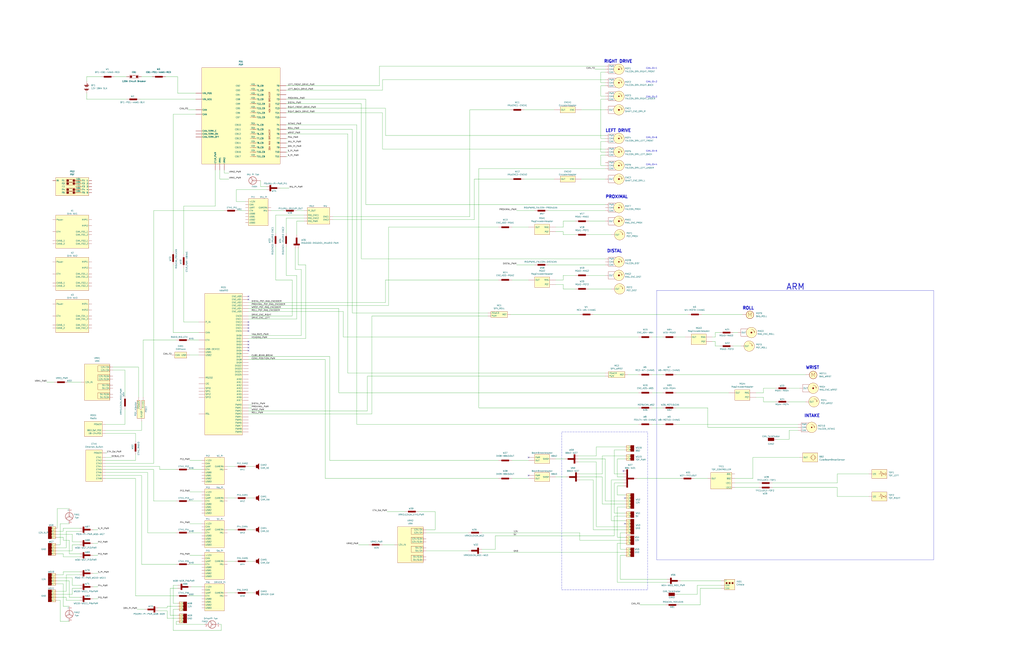
<source format=kicad_sch>
(kicad_sch (version 20230121) (generator eeschema)
  (paper "D")
  (title_block (title "2023 FRC971 Robot") (date "2023-02-25") (rev "1") (company "971 Spartan Robotics"))
  (no_connect (at 445.77 401.32))
  (no_connect (at 527.05 441.96))
  (no_connect (at 209.55 271.78))
  (no_connect (at 209.55 276.86))
  (no_connect (at 209.55 288.29))
  (no_connect (at 209.55 290.83))
  (no_connect (at 525.78 397.51))
  (no_connect (at 209.55 274.32))
  (no_connect (at 209.55 279.4))
  (no_connect (at 209.55 252.73))
  (no_connect (at 445.77 386.08))
  (no_connect (at 209.55 293.37))
  (no_connect (at 209.55 295.91))
  (no_connect (at 527.05 420.37))
  (no_connect (at 209.55 250.19))
  (wire (pts (xy 508 425.45) (xy 508 402.59)))
  (wire (pts (xy 523.24 463.55) (xy 527.05 463.55)))
  (wire (pts (xy 209.55 447.04) (xy 213.36 447.04)))
  (wire (pts (xy 209.55 257.81) (xy 327.66 257.81)))
  (wire (pts (xy 732.79 419.1) (xy 706.12 419.1)))
  (wire (pts (xy 228.6 177.8) (xy 238.76 177.8)))
  (wire (pts (xy 191.77 447.04) (xy 198.12 447.04)))
  (wire (pts (xy 673.1 360.68) (xy 596.9 360.68)))
  (wire (pts (xy 241.3 124.46) (xy 242.57 124.46)))
  (wire (pts (xy 250.19 232.41) (xy 250.19 269.24)))
  (wire (pts (xy 654.05 327.66) (xy 643.89 327.66)))
  (wire (pts (xy 665.48 339.09) (xy 679.45 339.09)))
  (wire (pts (xy 488.95 405.13) (xy 500.38 405.13)))
  (wire (pts (xy 139.7 64.77) (xy 149.86 64.77)))
  (wire (pts (xy 510.54 83.82) (xy 506.73 83.82)))
  (wire (pts (xy 146.05 532.13) (xy 146.05 514.35)))
  (wire (pts (xy 119.38 355.6) (xy 119.38 363.22)))
  (wire (pts (xy 143.51 519.43) (xy 143.51 496.57)))
  (wire (pts (xy 120.65 287.02) (xy 120.65 335.28)))
  (wire (pts (xy 462.28 177.8) (xy 510.54 177.8)))
  (wire (pts (xy 527.05 384.81) (xy 508 384.81)))
  (wire (pts (xy 119.38 64.77) (xy 128.27 64.77)))
  (wire (pts (xy 435.61 177.8) (xy 450.85 177.8)))
  (wire (pts (xy 293.37 113.03) (xy 241.3 113.03)))
  (wire (pts (xy 191.77 393.7) (xy 198.12 393.7)))
  (wire (pts (xy 325.12 114.3) (xy 510.54 114.3)))
  (wire (pts (xy 485.14 232.41) (xy 474.98 232.41)))
  (wire (pts (xy 105.41 358.14) (xy 88.9 358.14)))
  (wire (pts (xy 209.55 346.71) (xy 309.88 346.71)))
  (wire (pts (xy 133.35 513.08) (xy 140.97 513.08)))
  (wire (pts (xy 520.7 402.59) (xy 525.78 402.59)))
  (wire (pts (xy 114.3 383.54) (xy 114.3 388.62)))
  (wire (pts (xy 289.56 284.48) (xy 538.48 284.48)))
  (wire (pts (xy 149.86 509.27) (xy 146.05 509.27)))
  (wire (pts (xy 133.35 515.62) (xy 140.97 515.62)))
  (wire (pts (xy 603.25 292.1) (xy 603.25 288.29)))
  (wire (pts (xy 148.59 476.25) (xy 119.38 476.25)))
  (wire (pts (xy 186.69 527.05) (xy 186.69 532.13)))
  (wire (pts (xy 527.05 377.19) (xy 502.92 377.19)))
  (wire (pts (xy 520.7 427.99) (xy 520.7 453.39)))
  (wire (pts (xy 706.12 411.48) (xy 651.51 411.48)))
  (wire (pts (xy 406.4 466.09) (xy 527.05 466.09)))
  (wire (pts (xy 510.54 60.96) (xy 506.73 60.96)))
  (wire (pts (xy 474.98 186.69) (xy 474.98 191.77)))
  (wire (pts (xy 510.54 218.44) (xy 304.8 218.44)))
  (wire (pts (xy 257.81 285.75) (xy 209.55 285.75)))
  (wire (pts (xy 538.48 331.47) (xy 285.75 331.47)))
  (wire (pts (xy 78.74 495.3) (xy 82.55 495.3)))
  (wire (pts (xy 55.88 462.28) (xy 48.26 462.28)))
  (wire (pts (xy 67.31 494.03) (xy 60.96 494.03)))
  (wire (pts (xy 441.96 92.71) (xy 467.36 92.71)))
  (wire (pts (xy 154.94 173.99) (xy 154.94 214.63)))
  (wire (pts (xy 596.9 360.68) (xy 596.9 344.17)))
  (wire (pts (xy 55.88 485.14) (xy 55.88 499.11)))
  (wire (pts (xy 515.62 243.84) (xy 496.57 243.84)))
  (wire (pts (xy 254 283.21) (xy 209.55 283.21)))
  (wire (pts (xy 313.69 266.7) (xy 411.48 266.7)))
  (wire (pts (xy 209.55 341.63) (xy 212.09 341.63)))
  (wire (pts (xy 411.48 264.16) (xy 297.18 264.16)))
  (wire (pts (xy 515.62 439.42) (xy 527.05 439.42)))
  (wire (pts (xy 313.69 266.7) (xy 313.69 349.25)))
  (wire (pts (xy 525.78 410.21) (xy 520.7 410.21)))
  (wire (pts (xy 160.02 441.96) (xy 170.18 441.96)))
  (wire (pts (xy 417.83 452.12) (xy 518.16 452.12)))
  (wire (pts (xy 510.54 67.31) (xy 322.58 67.31)))
  (wire (pts (xy 525.78 407.67) (xy 518.16 407.67)))
  (wire (pts (xy 474.98 236.22) (xy 468.63 236.22)))
  (wire (pts (xy 48.26 429.26) (xy 58.42 429.26)))
  (wire (pts (xy 124.46 398.78) (xy 124.46 449.58)))
  (wire (pts (xy 160.02 468.63) (xy 170.18 468.63)))
  (wire (pts (xy 143.51 496.57) (xy 149.86 496.57)))
  (wire (pts (xy 207.01 170.18) (xy 199.39 170.18)))
  (wire (pts (xy 320.04 55.88) (xy 320.04 72.39)))
  (wire (pts (xy 53.34 482.6) (xy 53.34 485.14)))
  (wire (pts (xy 420.37 388.62) (xy 278.13 388.62)))
  (wire (pts (xy 506.73 60.96) (xy 506.73 69.85)))
  (wire (pts (xy 148.59 524.51) (xy 148.59 527.05)))
  (wire (pts (xy 485.14 198.12) (xy 474.98 198.12)))
  (wire (pts (xy 325.12 255.27) (xy 209.55 255.27)))
  (wire (pts (xy 510.54 232.41) (xy 496.57 232.41)))
  (wire (pts (xy 60.96 494.03) (xy 60.96 487.68)))
  (wire (pts (xy 520.7 458.47) (xy 527.05 458.47)))
  (wire (pts (xy 48.26 501.65) (xy 60.96 501.65)))
  (wire (pts (xy 590.55 496.57) (xy 590.55 510.54)))
  (wire (pts (xy 367.03 431.8) (xy 367.03 447.04)))
  (wire (pts (xy 518.16 407.67) (xy 518.16 433.07)))
  (wire (pts (xy 501.65 58.42) (xy 510.54 58.42)))
  (wire (pts (xy 527.05 449.58) (xy 523.24 449.58)))
  (wire (pts (xy 115.57 514.35) (xy 121.92 514.35)))
  (wire (pts (xy 285.75 331.47) (xy 285.75 260.35)))
  (wire (pts (xy 55.88 504.19) (xy 55.88 506.73)))
  (wire (pts (xy 58.42 524.51) (xy 50.8 524.51)))
  (wire (pts (xy 241.3 128.27) (xy 242.57 128.27)))
  (wire (pts (xy 105.41 345.44) (xy 105.41 358.14)))
  (wire (pts (xy 248.92 209.55) (xy 248.92 227.33)))
  (wire (pts (xy 353.06 431.8) (xy 367.03 431.8)))
  (wire (pts (xy 527.05 425.45) (xy 508 425.45)))
  (wire (pts (xy 400.05 151.13) (xy 400.05 185.42)))
  (wire (pts (xy 120.65 287.02) (xy 148.59 287.02)))
  (wire (pts (xy 325.12 236.22) (xy 325.12 255.27)))
  (wire (pts (xy 603.25 288.29) (xy 600.71 288.29)))
  (wire (pts (xy 445.77 388.62) (xy 431.8 388.62)))
  (wire (pts (xy 430.53 151.13) (xy 400.05 151.13)))
  (wire (pts (xy 500.38 265.43) (xy 580.39 265.43)))
  (wire (pts (xy 181.61 143.51) (xy 181.61 173.99)))
  (wire (pts (xy 308.61 172.72) (xy 308.61 83.82)))
  (wire (pts (xy 326.39 431.8) (xy 341.63 431.8)))
  (wire (pts (xy 48.26 445.77) (xy 48.26 429.26)))
  (wire (pts (xy 643.89 331.47) (xy 637.54 331.47)))
  (wire (pts (xy 48.26 492.76) (xy 53.34 492.76)))
  (wire (pts (xy 160.02 388.62) (xy 170.18 388.62)))
  (wire (pts (xy 406.4 449.58) (xy 488.95 449.58)))
  (wire (pts (xy 445.77 403.86) (xy 431.8 403.86)))
  (wire (pts (xy 549.91 316.23) (xy 558.8 316.23)))
  (wire (pts (xy 590.55 510.54) (xy 572.77 510.54)))
  (wire (pts (xy 508 384.81) (xy 508 400.05)))
  (wire (pts (xy 474.98 232.41) (xy 474.98 236.22)))
  (wire (pts (xy 60.96 459.74) (xy 60.96 464.82)))
  (wire (pts (xy 232.41 208.28) (xy 232.41 236.22)))
  (wire (pts (xy 520.7 387.35) (xy 520.7 402.59)))
  (wire (pts (xy 146.05 280.67) (xy 167.64 280.67)))
  (wire (pts (xy 462.28 223.52) (xy 510.54 223.52)))
  (wire (pts (xy 302.26 459.74) (xy 311.15 459.74)))
  (wire (pts (xy 570.23 358.14) (xy 673.1 358.14)))
  (wire (pts (xy 523.24 468.63) (xy 527.05 468.63)))
  (wire (pts (xy 322.58 67.31) (xy 322.58 76.2)))
  (wire (pts (xy 119.38 476.25) (xy 119.38 401.32)))
  (wire (pts (xy 518.16 400.05) (xy 518.16 379.73)))
  (wire (pts (xy 191.77 500.38) (xy 198.12 500.38)))
  (wire (pts (xy 510.54 422.91) (xy 510.54 387.35)))
  (wire (pts (xy 297.18 109.22) (xy 241.3 109.22)))
  (wire (pts (xy 53.34 445.77) (xy 53.34 448.31)))
  (wire (pts (xy 207.01 177.8) (xy 200.66 177.8)))
  (wire (pts (xy 674.37 327.66) (xy 665.48 327.66)))
  (wire (pts (xy 468.63 195.58) (xy 474.98 195.58)))
  (wire (pts (xy 53.34 467.36) (xy 53.34 469.9)))
  (wire (pts (xy 603.25 280.67) (xy 603.25 284.48)))
  (wire (pts (xy 674.37 386.08) (xy 635 386.08)))
  (wire (pts (xy 285.75 260.35) (xy 209.55 260.35)))
  (wire (pts (xy 523.24 449.58) (xy 523.24 463.55)))
  (wire (pts (xy 665.48 363.22) (xy 665.48 370.84)))
  (wire (pts (xy 468.63 191.77) (xy 474.98 191.77)))
  (wire (pts (xy 48.26 467.36) (xy 53.34 467.36)))
  (wire (pts (xy 246.38 266.7) (xy 246.38 236.22)))
  (wire (pts (xy 170.18 449.58) (xy 160.02 449.58)))
  (wire (pts (xy 322.58 125.73) (xy 322.58 95.25)))
  (wire (pts (xy 241.3 232.41) (xy 250.19 232.41)))
  (wire (pts (xy 430.53 265.43) (xy 488.95 265.43)))
  (wire (pts (xy 53.34 448.31) (xy 48.26 448.31)))
  (wire (pts (xy 508 400.05) (xy 488.95 400.05)))
  (wire (pts (xy 53.34 482.6) (xy 67.31 482.6)))
  (wire (pts (xy 441.96 151.13) (xy 467.36 151.13)))
  (wire (pts (xy 146.05 212.09) (xy 146.05 96.52)))
  (wire (pts (xy 320.04 72.39) (xy 241.3 72.39)))
  (wire (pts (xy 67.31 448.31) (xy 55.88 448.31)))
  (wire (pts (xy 359.41 449.58) (xy 394.97 449.58)))
  (wire (pts (xy 73.025 83.82) (xy 73.025 78.74)))
  (wire (pts (xy 134.62 396.24) (xy 134.62 393.7)))
  (wire (pts (xy 510.54 72.39) (xy 506.73 72.39)))
  (wire (pts (xy 256.54 181.61) (xy 232.41 181.61)))
  (wire (pts (xy 140.97 511.81) (xy 149.86 511.81)))
  (wire (pts (xy 82.55 447.04) (xy 78.74 447.04)))
  (wire (pts (xy 280.67 182.88) (xy 396.24 182.88)))
  (wire (pts (xy 193.04 146.05) (xy 189.23 146.05)))
  (wire (pts (xy 325.12 114.3) (xy 325.12 91.44)))
  (wire (pts (xy 209.55 344.17) (xy 212.09 344.17)))
  (wire (pts (xy 400.05 185.42) (xy 280.67 185.42)))
  (wire (pts (xy 485.14 186.69) (xy 474.98 186.69)))
  (wire (pts (xy 527.05 447.04) (xy 500.38 447.04)))
  (wire (pts (xy 562.61 491.49) (xy 520.7 491.49)))
  (wire (pts (xy 119.38 363.22) (xy 88.9 363.22)))
  (wire (pts (xy 57.15 322.58) (xy 68.58 322.58)))
  (wire (pts (xy 308.61 83.82) (xy 241.3 83.82)))
  (wire (pts (xy 474.98 240.03) (xy 468.63 240.03)))
  (wire (pts (xy 73.025 64.77) (xy 85.09 64.77)))
  (wire (pts (xy 149.86 78.74) (xy 149.86 64.77)))
  (wire (pts (xy 58.42 504.19) (xy 58.42 490.22)))
  (wire (pts (xy 60.96 457.2) (xy 60.96 450.85)))
  (wire (pts (xy 520.7 453.39) (xy 527.05 453.39)))
  (wire (pts (xy 445.77 191.77) (xy 431.8 191.77)))
  (wire (pts (xy 527.05 444.5) (xy 502.92 444.5)))
  (wire (pts (xy 251.46 209.55) (xy 251.46 223.52)))
  (wire (pts (xy 48.26 450.85) (xy 60.96 450.85)))
  (wire (pts (xy 114.3 502.92) (xy 114.3 403.86)))
  (wire (pts (xy 591.82 265.43) (xy 626.11 265.43)))
  (wire (pts (xy 106.68 83.82) (xy 73.025 83.82)))
  (wire (pts (xy 67.31 457.2) (xy 60.96 457.2)))
  (wire (pts (xy 48.26 490.22) (xy 58.42 490.22)))
  (wire (pts (xy 241.3 208.28) (xy 241.3 232.41)))
  (wire (pts (xy 520.7 410.21) (xy 520.7 417.83)))
  (wire (pts (xy 93.98 386.08) (xy 88.9 386.08)))
  (wire (pts (xy 149.86 524.51) (xy 148.59 524.51)))
  (wire (pts (xy 48.26 487.68) (xy 60.96 487.68)))
  (wire (pts (xy 48.26 464.82) (xy 60.96 464.82)))
  (wire (pts (xy 199.39 170.18) (xy 199.39 160.02)))
  (wire (pts (xy 148.59 502.92) (xy 114.3 502.92)))
  (wire (pts (xy 506.73 139.7) (xy 510.54 139.7)))
  (wire (pts (xy 140.97 515.62) (xy 140.97 521.97)))
  (wire (pts (xy 209.55 262.89) (xy 289.56 262.89)))
  (wire (pts (xy 558.8 284.48) (xy 549.91 284.48)))
  (wire (pts (xy 50.8 506.73) (xy 48.26 506.73)))
  (wire (pts (xy 607.06 280.67) (xy 603.25 280.67)))
  (wire (pts (xy 167.64 287.02) (xy 160.02 287.02)))
  (wire (pts (xy 246.38 236.22) (xy 232.41 236.22)))
  (wire (pts (xy 403.86 344.17) (xy 403.86 142.24)))
  (wire (pts (xy 170.18 422.91) (xy 160.02 422.91)))
  (wire (pts (xy 67.31 485.14) (xy 55.88 485.14)))
  (wire (pts (xy 236.22 158.75) (xy 243.84 158.75)))
  (wire (pts (xy 274.32 403.86) (xy 274.32 303.53)))
  (wire (pts (xy 88.9 365.76) (xy 114.3 365.76)))
  (wire (pts (xy 506.73 116.84) (xy 510.54 116.84)))
  (wire (pts (xy 304.8 218.44) (xy 304.8 87.63)))
  (wire (pts (xy 527.05 422.91) (xy 510.54 422.91)))
  (wire (pts (xy 635 403.86) (xy 619.76 403.86)))
  (wire (pts (xy 506.73 128.27) (xy 510.54 128.27)))
  (wire (pts (xy 78.74 458.47) (xy 82.55 458.47)))
  (wire (pts (xy 539.75 510.54) (xy 561.34 510.54)))
  (wire (pts (xy 651.51 407.67) (xy 706.12 407.67)))
  (wire (pts (xy 502.92 444.5) (xy 502.92 389.89)))
  (wire (pts (xy 510.54 130.81) (xy 506.73 130.81)))
  (wire (pts (xy 53.34 469.9) (xy 67.31 469.9)))
  (wire (pts (xy 508 402.59) (xy 488.95 402.59)))
  (wire (pts (xy 488.95 455.93) (xy 488.95 449.58)))
  (wire (pts (xy 256.54 186.69) (xy 250.19 186.69)))
  (wire (pts (xy 278.13 388.62) (xy 278.13 300.99)))
  (wire (pts (xy 640.08 411.48) (xy 619.76 411.48)))
  (wire (pts (xy 506.73 72.39) (xy 506.73 81.28)))
  (wire (pts (xy 706.12 419.1) (xy 706.12 411.48)))
  (wire (pts (xy 88.9 391.16) (xy 129.54 391.16)))
  (wire (pts (xy 90.17 382.27) (xy 88.9 382.27)))
  (wire (pts (xy 186.69 532.13) (xy 146.05 532.13)))
  (wire (pts (xy 420.37 191.77) (xy 327.66 191.77)))
  (wire (pts (xy 596.9 344.17) (xy 570.23 344.17)))
  (polyline (pts (xy 787.4 245.11) (xy 787.4 472.44)))
  (wire (pts (xy 189.23 146.05) (xy 189.23 143.51)))
  (wire (pts (xy 185.42 151.13) (xy 193.04 151.13)))
  (wire (pts (xy 160.02 415.29) (xy 170.18 415.29)))
  (wire (pts (xy 191.77 473.71) (xy 198.12 473.71)))
  (wire (pts (xy 518.16 435.61) (xy 518.16 452.12)))
  (wire (pts (xy 149.86 519.43) (xy 143.51 519.43)))
  (wire (pts (xy 88.9 398.78) (xy 124.46 398.78)))
  (wire (pts (xy 527.05 455.93) (xy 488.95 455.93)))
  (wire (pts (xy 148.59 396.24) (xy 134.62 396.24)))
  (wire (pts (xy 322.58 76.2) (xy 241.3 76.2)))
  (wire (pts (xy 209.55 349.25) (xy 313.69 349.25)))
  (wire (pts (xy 254 227.33) (xy 254 283.21)))
  (wire (pts (xy 60.96 496.57) (xy 60.96 501.65)))
  (wire (pts (xy 67.31 504.19) (xy 58.42 504.19)))
  (wire (pts (xy 161.29 495.3) (xy 170.18 495.3)))
  (wire (pts (xy 248.92 227.33) (xy 254 227.33)))
  (wire (pts (xy 614.68 331.47) (xy 570.23 331.47)))
  (wire (pts (xy 502.92 389.89) (xy 487.68 389.89)))
  (wire (pts (xy 146.05 509.27) (xy 146.05 494.03)))
  (wire (pts (xy 50.8 441.96) (xy 50.8 459.74)))
  (wire (pts (xy 474.98 198.12) (xy 474.98 195.58)))
  (wire (pts (xy 618.49 280.67) (xy 622.3 280.67)))
  (wire (pts (xy 585.47 403.86) (xy 596.9 403.86)))
  (wire (pts (xy 435.61 223.52) (xy 450.85 223.52)))
  (wire (pts (xy 468.63 387.35) (xy 476.25 387.35)))
  (wire (pts (xy 149.86 78.74) (xy 165.1 78.74)))
  (wire (pts (xy 510.54 55.88) (xy 320.04 55.88)))
  (wire (pts (xy 148.59 527.05) (xy 172.72 527.05)))
  (wire (pts (xy 403.86 142.24) (xy 510.54 142.24)))
  (wire (pts (xy 293.37 314.96) (xy 293.37 113.03)))
  (wire (pts (xy 154.94 271.78) (xy 167.64 271.78)))
  (wire (pts (xy 430.53 92.71) (xy 396.24 92.71)))
  (wire (pts (xy 309.88 317.5) (xy 309.88 346.71)))
  (wire (pts (xy 607.06 292.1) (xy 603.25 292.1)))
  (wire (pts (xy 118.11 83.82) (xy 165.1 83.82)))
  (wire (pts (xy 53.34 445.77) (xy 67.31 445.77)))
  (wire (pts (xy 640.08 407.67) (xy 619.76 407.67)))
  (wire (pts (xy 50.8 459.74) (xy 48.26 459.74)))
  (wire (pts (xy 520.7 491.49) (xy 520.7 458.47)))
  (wire (pts (xy 359.41 447.04) (xy 367.03 447.04)))
  (wire (pts (xy 327.66 191.77) (xy 327.66 257.81)))
  (wire (pts (xy 189.23 177.8) (xy 129.54 177.8)))
  (wire (pts (xy 274.32 303.53) (xy 209.55 303.53)))
  (wire (pts (xy 643.89 327.66) (xy 643.89 331.47)))
  (wire (pts (xy 250.19 186.69) (xy 250.19 198.12)))
  (wire (pts (xy 468.63 402.59) (xy 477.52 402.59)))
  (wire (pts (xy 199.39 160.02) (xy 224.79 160.02)))
  (wire (pts (xy 53.34 511.81) (xy 53.34 492.76)))
  (wire (pts (xy 242.57 120.65) (xy 241.3 120.65)))
  (polyline (pts (xy 553.72 245.11) (xy 553.72 472.44)))
  (wire (pts (xy 67.31 467.36) (xy 58.42 467.36)))
  (wire (pts (xy 420.37 236.22) (xy 325.12 236.22)))
  (wire (pts (xy 445.77 236.22) (xy 431.8 236.22)))
  (wire (pts (xy 510.54 186.69) (xy 496.57 186.69)))
  (wire (pts (xy 396.24 182.88) (xy 396.24 92.71)))
  (wire (pts (xy 562.61 488.95) (xy 523.24 488.95)))
  (wire (pts (xy 58.42 511.81) (xy 53.34 511.81)))
  (wire (pts (xy 518.16 379.73) (xy 527.05 379.73)))
  (wire (pts (xy 251.46 223.52) (xy 257.81 223.52)))
  (wire (pts (xy 209.55 393.7) (xy 213.36 393.7)))
  (wire (pts (xy 289.56 284.48) (xy 289.56 262.89)))
  (wire (pts (xy 635 386.08) (xy 635 403.86)))
  (wire (pts (xy 95.25 312.42) (xy 105.41 312.42)))
  (wire (pts (xy 58.42 441.96) (xy 50.8 441.96)))
  (wire (pts (xy 82.55 483.87) (xy 78.74 483.87)))
  (wire (pts (xy 523.24 468.63) (xy 523.24 488.95)))
  (wire (pts (xy 655.32 370.84) (xy 665.48 370.84)))
  (wire (pts (xy 67.31 496.57) (xy 60.96 496.57)))
  (wire (pts (xy 529.59 316.23) (xy 538.48 316.23)))
  (wire (pts (xy 673.1 363.22) (xy 665.48 363.22)))
  (wire (pts (xy 322.58 459.74) (xy 332.74 459.74)))
  (wire (pts (xy 129.54 177.8) (xy 129.54 391.16)))
  (wire (pts (xy 506.73 83.82) (xy 506.73 116.84)))
  (wire (pts (xy 549.91 358.14) (xy 558.8 358.14)))
  (wire (pts (xy 406.4 463.55) (xy 417.83 463.55)))
  (wire (pts (xy 537.21 403.86) (xy 574.04 403.86)))
  (wire (pts (xy 53.34 485.14) (xy 48.26 485.14)))
  (wire (pts (xy 140.97 513.08) (xy 140.97 511.81)))
  (wire (pts (xy 558.8 331.47) (xy 549.91 331.47)))
  (wire (pts (xy 527.05 387.35) (xy 520.7 387.35)))
  (wire (pts (xy 78.74 505.46) (xy 82.55 505.46)))
  (wire (pts (xy 78.74 468.63) (xy 82.55 468.63)))
  (wire (pts (xy 588.01 501.65) (xy 571.5 501.65)))
  (wire (pts (xy 502.92 377.19) (xy 502.92 384.81)))
  (wire (pts (xy 570.23 316.23) (xy 679.45 316.23)))
  (wire (pts (xy 250.19 269.24) (xy 209.55 269.24)))
  (wire (pts (xy 510.54 125.73) (xy 322.58 125.73)))
  (wire (pts (xy 549.91 344.17) (xy 558.8 344.17)))
  (wire (pts (xy 232.41 181.61) (xy 232.41 196.85)))
  (wire (pts (xy 574.04 490.22) (xy 608.33 490.22)))
  (wire (pts (xy 525.78 405.13) (xy 515.62 405.13)))
  (polyline (pts (xy 553.72 472.44) (xy 787.4 472.44)))
  (wire (pts (xy 506.73 81.28) (xy 510.54 81.28)))
  (wire (pts (xy 608.33 496.57) (xy 590.55 496.57)))
  (wire (pts (xy 490.22 151.13) (xy 510.54 151.13)))
  (wire (pts (xy 577.85 284.48) (xy 570.23 284.48)))
  (wire (pts (xy 506.73 119.38) (xy 506.73 128.27)))
  (wire (pts (xy 88.9 388.62) (xy 114.3 388.62)))
  (wire (pts (xy 154.94 226.06) (xy 154.94 271.78)))
  (wire (pts (xy 297.18 264.16) (xy 297.18 109.22)))
  (wire (pts (xy 224.79 157.48) (xy 219.71 157.48)))
  (wire (pts (xy 53.34 453.39) (xy 53.34 455.93)))
  (wire (pts (xy 588.01 494.03) (xy 588.01 501.65)))
  (wire (pts (xy 219.71 157.48) (xy 219.71 152.4)))
  (wire (pts (xy 643.89 335.28) (xy 643.89 339.09)))
  (wire (pts (xy 527.05 427.99) (xy 520.7 427.99)))
  (wire (pts (xy 250.19 177.8) (xy 256.54 177.8)))
  (wire (pts (xy 304.8 87.63) (xy 241.3 87.63)))
  (wire (pts (xy 58.42 467.36) (xy 58.42 455.93)))
  (wire (pts (xy 39.37 322.58) (xy 45.72 322.58)))
  (wire (pts (xy 170.18 476.25) (xy 160.02 476.25)))
  (wire (pts (xy 146.05 96.52) (xy 165.1 96.52)))
  (wire (pts (xy 643.89 339.09) (xy 654.05 339.09)))
  (wire (pts (xy 148.59 449.58) (xy 124.46 449.58)))
  (wire (pts (xy 506.73 130.81) (xy 506.73 139.7)))
  (wire (pts (xy 88.9 393.7) (xy 134.62 393.7)))
  (wire (pts (xy 48.26 504.19) (xy 55.88 504.19)))
  (wire (pts (xy 88.9 403.86) (xy 114.3 403.86)))
  (wire (pts (xy 637.54 335.28) (xy 643.89 335.28)))
  (wire (pts (xy 160.02 299.72) (xy 167.64 299.72)))
  (wire (pts (xy 500.38 447.04) (xy 500.38 405.13)))
  (wire (pts (xy 515.62 405.13) (xy 515.62 439.42)))
  (wire (pts (xy 146.05 514.35) (xy 149.86 514.35)))
  (wire (pts (xy 209.55 473.71) (xy 213.36 473.71)))
  (wire (pts (xy 185.42 143.51) (xy 185.42 151.13)))
  (wire (pts (xy 527.05 435.61) (xy 518.16 435.61)))
  (wire (pts (xy 55.88 499.11) (xy 48.26 499.11)))
  (wire (pts (xy 146.05 494.03) (xy 149.86 494.03)))
  (wire (pts (xy 181.61 173.99) (xy 154.94 173.99)))
  (wire (pts (xy 96.52 64.77) (xy 106.68 64.77)))
  (wire (pts (xy 158.75 92.71) (xy 165.1 92.71)))
  (wire (pts (xy 300.99 358.14) (xy 538.48 358.14)))
  (wire (pts (xy 325.12 91.44) (xy 241.3 91.44)))
  (wire (pts (xy 417.83 463.55) (xy 417.83 452.12)))
  (wire (pts (xy 322.58 95.25) (xy 241.3 95.25)))
  (wire (pts (xy 518.16 433.07) (xy 527.05 433.07)))
  (wire (pts (xy 490.22 92.71) (xy 510.54 92.71)))
  (wire (pts (xy 520.7 417.83) (xy 527.05 417.83)))
  (wire (pts (xy 309.88 317.5) (xy 510.54 317.5)))
  (wire (pts (xy 515.62 198.12) (xy 496.57 198.12)))
  (wire (pts (xy 506.73 69.85) (xy 510.54 69.85)))
  (wire (pts (xy 300.99 105.41) (xy 241.3 105.41)))
  (wire (pts (xy 706.12 400.05) (xy 706.12 407.67)))
  (wire (pts (xy 129.54 396.24) (xy 129.54 422.91)))
  (wire (pts (xy 300.99 358.14) (xy 300.99 105.41)))
  (wire (pts (xy 588.01 494.03) (xy 608.33 494.03)))
  (wire (pts (xy 114.3 365.76) (xy 114.3 372.11)))
  (wire (pts (xy 278.13 300.99) (xy 209.55 300.99)))
  (wire (pts (xy 140.97 521.97) (xy 149.86 521.97)))
  (wire (pts (xy 510.54 172.72) (xy 308.61 172.72)))
  (wire (pts (xy 525.78 400.05) (xy 518.16 400.05)))
  (wire (pts (xy 148.59 422.91) (xy 129.54 422.91)))
  (wire (pts (xy 209.55 266.7) (xy 246.38 266.7)))
  (wire (pts (xy 603.25 284.48) (xy 600.71 284.48)))
  (wire (pts (xy 474.98 243.84) (xy 474.98 240.03)))
  (wire (pts (xy 420.37 403.86) (xy 274.32 403.86)))
  (wire (pts (xy 185.42 527.05) (xy 186.69 527.05)))
  (wire (pts (xy 618.49 292.1) (xy 624.84 292.1)))
  (wire (pts (xy 257.81 223.52) (xy 257.81 285.75)))
  (wire (pts (xy 241.3 116.84) (xy 242.57 116.84)))
  (wire (pts (xy 73.025 68.58) (xy 73.025 64.77)))
  (wire (pts (xy 67.31 459.74) (xy 60.96 459.74)))
  (wire (pts (xy 510.54 119.38) (xy 506.73 119.38)))
  (wire (pts (xy 170.18 396.24) (xy 160.02 396.24)))
  (polyline (pts (xy 553.72 245.11) (xy 787.4 245.11)))
  (wire (pts (xy 53.34 453.39) (xy 48.26 453.39)))
  (wire (pts (xy 116.84 309.88) (xy 95.25 309.88)))
  (wire (pts (xy 55.88 506.73) (xy 67.31 506.73)))
  (wire (pts (xy 191.77 420.37) (xy 198.12 420.37)))
  (wire (pts (xy 170.18 502.92) (xy 160.02 502.92)))
  (wire (pts (xy 485.14 243.84) (xy 474.98 243.84)))
  (wire (pts (xy 538.48 344.17) (xy 403.86 344.17)))
  (wire (pts (xy 256.54 184.15) (xy 241.3 184.15)))
  (wire (pts (xy 502.92 384.81) (xy 487.68 384.81)))
  (wire (pts (xy 209.55 420.37) (xy 213.36 420.37)))
  (wire (pts (xy 359.41 464.82) (xy 394.97 464.82)))
  (wire (pts (xy 105.41 312.42) (xy 105.41 334.01)))
  (wire (pts (xy 510.54 387.35) (xy 487.68 387.35)))
  (wire (pts (xy 55.88 448.31) (xy 55.88 462.28)))
  (wire (pts (xy 241.3 132.08) (xy 242.57 132.08)))
  (wire (pts (xy 53.34 455.93) (xy 58.42 455.93)))
  (wire (pts (xy 732.79 400.05) (xy 706.12 400.05)))
  (wire (pts (xy 510.54 314.96) (xy 293.37 314.96)))
  (wire (pts (xy 146.05 280.67) (xy 146.05 223.52)))
  (wire (pts (xy 241.3 184.15) (xy 241.3 196.85)))
  (wire (pts (xy 209.55 500.38) (xy 213.36 500.38)))
  (wire (pts (xy 88.9 401.32) (xy 119.38 401.32)))
  (wire (pts (xy 116.84 335.28) (xy 116.84 309.88)))
  (wire (pts (xy 88.9 396.24) (xy 129.54 396.24)))
  (wire (pts (xy 50.8 524.51) (xy 50.8 506.73)))
  (rectangle (start 473.71 364.49) (end 546.1 497.84) (stroke (width 0) (type dash)))
  (text "CAN_ID=1" (at 544.83 58.42 0) (effects (font (size 1.27 1.27)) (justify left bottom)))
  (text "CAN_ID=2" (at 544.83 69.85 0) (effects (font (size 1.27 1.27)) (justify left bottom)))
  (text "ARM" (at 662.94 245.11 0) (effects (font (size 5.08 5.08) (thickness 0.508) bold) (justify left bottom)))
  (text "RIGHT DRIVE" (at 509.27 53.34 0) (effects (font (size 2.54 2.54) (thickness 0.508) bold) (justify left bottom)))
  (text "CAN_ID=4" (at 544.83 139.7 0) (effects (font (size 1.27 1.27)) (justify left bottom)))
  (text "ROLL" (at 626.11 261.62 0) (effects (font (size 2.54 2.54) (thickness 0.508) bold) (justify left bottom)))
  (text "PROXIMAL" (at 510.54 167.64 0) (effects (font (size 2.54 2.54) (thickness 0.508) bold) (justify left bottom)))
  (text "INTAKE" (at 678.18 352.425 0) (effects (font (size 2.54 2.54) (thickness 0.508) bold) (justify left bottom)))
  (text "CAN_ID=6" (at 544.83 116.84 0) (effects (font (size 1.27 1.27)) (justify left bottom)))
  (text "LEFT DRIVE" (at 510.54 111.76 0) (effects (font (size 2.54 2.54) (thickness 0.508) bold) (justify left bottom)))
  (text "CAN_ID=3" (at 544.83 82.55 0) (effects (font (size 1.27 1.27)) (justify left bottom)))
  (text "CAN_ID=5" (at 544.83 128.27 0) (effects (font (size 1.27 1.27)) (justify left bottom)))
  (text "WRIST" (at 679.45 311.785 0) (effects (font (size 2.54 2.54) (thickness 0.508) bold) (justify left bottom)))
  (text "DISTAL" (at 511.81 213.36 0) (effects (font (size 2.54 2.54) (thickness 0.508) bold) (justify left bottom)))
  (label "DRV_PI_PWR" (at 242.57 124.46 0))
  (label "5V" (at 433.07 452.12 0))
  (label "VRM1_PWR" (at 193.04 151.13 0))
  (label "ROLL_PWM" (at 212.09 349.25 0))
  (label "DISTAL_POT_MAG_ENCODER" (at 212.09 255.27 0))
  (label "LEFT_FRONT_DRIVE_PWR" (at 242.57 72.39 0))
  (label "PSU_PWR" (at 242.57 116.84 0))
  (label "HEADING_PWM" (at 212.09 285.75 0))
  (label "PROXIMAL_PWM" (at 435.61 177.8 180))
  (label "VRM1_PWR" (at 39.37 322.58 180))
  (label "DRIVE_ENC_RIGHT" (at 212.09 266.7 0))
  (label "PI5_PWR" (at 82.55 505.46 0))
  (label "IMU_PI_PWR" (at 243.84 158.75 0))
  (label "IMU_PI_PWR" (at 242.57 120.65 0))
  (label "DISTAL_PWM" (at 435.61 223.52 180))
  (label "PROXIMAL_POT_MAG_ENCODER" (at 212.09 257.81 0))
  (label "CONE_POSITION_PWM" (at 212.09 303.53 0))
  (label "DRIVE_ENC_LEFT" (at 212.09 269.24 0))
  (label "ROLL_PWR" (at 242.57 109.22 0))
  (label "DEBUG_ETH" (at 93.98 386.08 0))
  (label "S_PI_PWR" (at 82.55 483.87 0))
  (label "VRM2_PWR" (at 193.04 146.05 0))
  (label "S_PI_PWR" (at 242.57 128.27 0))
  (label "CUBE_BEAM_BREAK" (at 212.09 300.99 0))
  (label "PI2_PWR" (at 82.55 458.47 0))
  (label "CAN_PD" (at 158.75 92.71 180))
  (label "DRV_PI_PWR" (at 115.57 514.35 180))
  (label "PI4_PWR" (at 82.55 495.3 0))
  (label "ROLL_POT_MAG_ENCODER" (at 212.09 262.89 0))
  (label "CAN_PD" (at 539.75 510.54 180))
  (label "ETH_SW_PWR" (at 90.17 382.27 0))
  (label "GND" (at 433.07 466.09 0))
  (label "LEFT_BACK_DRIVE_PWR" (at 242.57 76.2 0))
  (label "PI3_PWR" (at 82.55 468.63 0))
  (label "N_PI_PWR" (at 82.55 447.04 0))
  (label "VRM2_PWR" (at 302.26 459.74 180))
  (label "12V" (at 433.07 449.58 0))
  (label "PI4_PWR" (at 160.02 441.96 180))
  (label "WRIST_POT_MAG_ENCODER" (at 212.09 260.35 0))
  (label "INTAKE_PWR" (at 242.57 105.41 0))
  (label "CAN_FD" (at 501.65 58.42 180))
  (label "WRIST_PWR" (at 242.57 113.03 0))
  (label "N_PI_PWR" (at 242.57 132.08 0))
  (label "DISTAL_PWR" (at 242.57 87.63 0))
  (label "PROXIMAL_PWR" (at 242.57 83.82 0))
  (label "DISTAL_PWM" (at 212.09 341.63 0))
  (label "PI5_PWR" (at 160.02 468.63 180))
  (label "WRIST_PWM" (at 212.09 346.71 0))
  (label "RIGHT_BACK_DRIVE_PWR" (at 242.57 95.25 0))
  (label "PROXIMAL_PWM" (at 212.09 344.17 0))
  (label "YAW_RATE_PWM" (at 212.09 283.21 0))
  (label "RIGHT_FRONT_DRIVE_PWR" (at 242.57 91.44 0))
  (label "ETH_SW_PWR" (at 326.39 431.8 180))
  (label "PI2_PWR" (at 160.02 388.62 180))
  (label "PI3_PWR" (at 160.02 415.29 180))
  (label "CAN_FD" (at 144.78 299.72 180))
  (symbol (lib_id "SystemDiagram:Wago_2") (at 529.59 386.08 0) (unit 1)
    (property "Reference" "WG15" (at 535.94 385.445 0) (effects (justify left)))
    (property "Value" "TOF_PWM" (at 535.94 387.985 0) (effects (justify left)))
  )
  (symbol (lib_id "SystemDiagram:VRM") (at 71.12 307.34 0) (unit 1)
    (property "Reference" "VRM1" (at 81.915 302.26 0))
    (property "Value" "VRM" (at 81.915 304.8 0))
  )
  (symbol (lib_id "SystemDiagram:roboRIO") (at 172.72 247.65 0) (unit 1)
    (property "Reference" "RIO1" (at 188.595 242.57 0))
    (property "Value" "roboRIO" (at 188.595 245.11 0))
  )
  (symbol (lib_name "Cable_7") (lib_id "SystemDiagram:Cable") (at 422.91 191.77 0) (unit 1)
    (property "Reference" "W13" (at 426.085 185.42 0))
    (property "Value" "ENC_AD2-MGA1" (at 426.085 187.96 0))
  )
  (symbol (lib_id "SystemDiagram:Wago_4") (at 44.45 449.58 0) (mirror y) (unit 1)
    (property "Reference" "WG6" (at 43.18 443.23 0))
    (property "Value" "12V_N_PI" (at 36.83 449.58 0))
  )
  (symbol (lib_id "SystemDiagram:CAN_Terminator") (at 652.78 370.84 0) (mirror y) (unit 1)
    (property "Reference" "CAN2" (at 650.24 374.65 0))
    (property "Value" "CAN_Terminator" (at 650.24 368.3 0))
  )
  (symbol (lib_name "Cable_7") (lib_id "SystemDiagram:Cable") (at 487.68 232.41 0) (unit 1)
    (property "Reference" "W19" (at 490.855 226.06 0))
    (property "Value" "MGA2-MAG2" (at 490.855 228.6 0))
  )
  (symbol (lib_id "SystemDiagram:Orin_NX") (at 60.96 217.17 0) (unit 1)
    (property "Reference" "A2" (at 60.96 213.36 0))
    (property "Value" "Orin NX2" (at 60.96 215.9 0))
  )
  (symbol (lib_id "SystemDiagram:Falcon_Motor") (at 513.08 220.98 0) (unit 1)
    (property "Reference" "MOT8" (at 527.05 219.7099 0) (effects (justify left)))
    (property "Value" "FALCON_DIST" (at 527.05 222.2499 0) (effects (justify left)))
  )
  (symbol (lib_id "SystemDiagram:POE_Injector") (at 121.92 337.82 270) (unit 1)
    (property "Reference" "POE?" (at 123.19 342.9 0) (effects (justify left)))
    (property "Value" "POE_Injector" (at 114.3 339.09 0) (effects (justify left)))
  )
  (symbol (lib_id "SystemDiagram:Wago_3") (at 529.59 466.09 0) (unit 1)
    (property "Reference" "WG5" (at 537.21 463.55 0))
    (property "Value" "GND" (at 537.21 466.09 0))
  )
  (symbol (lib_id "SystemDiagram:Falcon_Motor") (at 513.08 69.85 0) (unit 1)
    (property "Reference" "MOT2" (at 527.05 69.215 0) (effects (justify left)))
    (property "Value" "FALCON_DRV_RIGHT_BACK" (at 527.05 71.755 0) (effects (justify left)))
  )
  (symbol (lib_id "SystemDiagram:Mag_Encoder") (at 513.08 186.69 0) (unit 1)
    (property "Reference" "MAG1" (at 527.05 185.4199 0) (effects (justify left)))
    (property "Value" "MAG_ENC_PROX" (at 527.05 187.9599 0) (effects (justify left)))
    (property "Datasheet" "https://store.ctr-electronics.com/content/user-manual/Magnetic%20Encoder%20User%27s%20Guide.pdf" (effects hide))
    (property "MFG" "CTRE" (effects hide))
    (property "MFG P/N" "SRX MAG ENCODER" (effects hide))
  )
  (symbol (lib_name "Cable_7") (lib_id "SystemDiagram:Cable") (at 567.69 344.17 180) (unit 1)
    (property "Reference" "W62" (at 564.5054 345.9177 0))
    (property "Value" "W36_MOT10:CAN" (at 565.15 341.63 0))
  )
  (symbol (lib_id "SystemDiagram:Falcon_Motor") (at 675.64 360.68 0) (unit 1)
    (property "Reference" "MOT10" (at 689.61 359.4099 0) (effects (justify left)))
    (property "Value" "FALCON_INTAKE" (at 689.61 361.9499 0) (effects (justify left)))
  )
  (symbol (lib_id "SystemDiagram:Circuit_Breaker") (at 208.28 120.65 0) (unit 1)
    (property "Reference" "CB14" (at 200.66 120.65 0))
    (property "Value" "10A" (at 213.36 119.38 0))
  )
  (symbol (lib_name "Cable_1") (lib_id "SystemDiagram:Cable") (at 582.93 265.43 0) (unit 1)
    (property "Reference" "W5" (at 585.7875 259.08 0))
    (property "Value" "W4-MOT9-14AWG" (at 585.7875 261.62 0))
  )
  (symbol (lib_id "SystemDiagram:Radio") (at 86.36 355.6 0) (mirror y) (unit 1)
    (property "Reference" "RDO1" (at 78.74 350.52 0))
    (property "Value" "Radio" (at 78.74 353.06 0))
  )
  (symbol (lib_id "SystemDiagram:Mag_Encoder") (at 624.84 280.67 0) (unit 1)
    (property "Reference" "MAG3" (at 638.81 279.3999 0) (effects (justify left)))
    (property "Value" "MAG_ENC_ROLL" (at 638.81 281.9399 0) (effects (justify left)))
    (property "Datasheet" "https://store.ctr-electronics.com/content/user-manual/Magnetic%20Encoder%20User%27s%20Guide.pdf" (effects hide))
    (property "MFG" "CTRE" (effects hide))
    (property "MFG P/N" "SRX MAG ENCODER" (effects hide))
  )
  (symbol (lib_name "Cable_8") (lib_id "SystemDiagram:Cable") (at 232.41 199.39 270) (unit 1)
    (property "Reference" "W33" (at 227.33 203.2 0))
    (property "Value" "RIO:ENC0-IMU:RIO ENC1" (at 229.87 203.2 0))
  )
  (symbol (lib_name "Cable_9") (lib_id "SystemDiagram:Cable") (at 207.01 447.04 180) (unit 1)
    (property "Reference" "W43" (at 204.47 449.58 0))
    (property "Value" "PI4_CAM4" (at 204.47 444.5 0))
  )
  (symbol (lib_id "SystemDiagram:Circuit_Breaker2") (at 114.3 64.77 0) (unit 1)
    (property "Reference" "CB1" (at 113.03 60.96 0))
    (property "Value" "120A Circuit Breaker" (at 113.03 68.58 0))
    (property "Datasheet" "https://www.waytekwire.com/datasheet/46960.pdf" (effects hide))
    (property "MFG" "Eaton Bussmann" (effects hide))
    (property "Field5" "185120F-01-1" (effects hide))
  )
  (symbol (lib_id "SystemDiagram:MagEncoderAdapter") (at 632.46 328.93 0) (mirror y) (unit 1)
    (property "Reference" "MGA4" (at 626.11 323.85 0))
    (property "Value" "MagEncoderAdapter" (at 626.11 326.39 0))
  )
  (symbol (lib_id "SystemDiagram:Circuit_Breaker") (at 60.96 152.4 0) (unit 1)
    (property "Reference" "F1" (at 53.34 152.4 0))
    (property "Value" "10A" (at 66.04 151.13 0))
  )
  (symbol (lib_id "SystemDiagram:Circuit_Breaker") (at 208.28 124.46 0) (unit 1)
    (property "Reference" "CB15" (at 200.66 124.46 0))
    (property "Value" "10A" (at 213.36 123.19 0))
  )
  (symbol (lib_id "SystemDiagram:BeamBreakAdapter") (at 450.85 398.78 0) (unit 1)
    (property "Reference" "BBA3" (at 467.36 400.05 0))
    (property "Value" "BeamBreakAdapter" (at 457.2 397.51 0))
  )
  (symbol (lib_id "SystemDiagram:Circuit_Breaker") (at 208.28 116.84 0) (unit 1)
    (property "Reference" "CB13" (at 200.66 116.84 0))
    (property "Value" "30A" (at 213.36 115.57 0))
  )
  (symbol (lib_id "SystemDiagram:Wago_5") (at 530.86 421.64 0) (unit 1)
    (property "Reference" "WG2" (at 535.94 421.6399 0) (effects (justify left)))
    (property "Value" "12V" (at 535.94 424.1799 0) (effects (justify left)))
  )
  (symbol (lib_id "SystemDiagram:Camera") (at 215.9 393.7 0) (unit 1)
    (property "Reference" "CAM2" (at 219.71 392.4299 0) (effects (justify left)))
    (property "Value" "CAM_NE" (at 219.71 394.9699 0) (effects (justify left)))
  )
  (symbol (lib_name "Cable_7") (lib_id "SystemDiagram:Cable") (at 541.02 331.47 0) (unit 1)
    (property "Reference" "W16" (at 544.195 325.12 0))
    (property "Value" "ENC_AD5-W65" (at 544.195 327.66 0))
  )
  (symbol (lib_name "Cable_7") (lib_id "SystemDiagram:Cable") (at 487.68 186.69 0) (unit 1)
    (property "Reference" "W17" (at 490.855 180.34 0))
    (property "Value" "MGA1-MAG1" (at 490.855 182.88 0))
  )
  (symbol (lib_name "Cable_9") (lib_id "SystemDiagram:Cable") (at 207.01 420.37 180) (unit 1)
    (property "Reference" "W42" (at 204.47 422.91 0))
    (property "Value" "PI3_CAM1" (at 204.47 417.83 0))
  )
  (symbol (lib_id "SystemDiagram:Falcon_Motor") (at 513.08 58.42 0) (unit 1)
    (property "Reference" "MOT1" (at 527.05 57.785 0) (effects (justify left)))
    (property "Value" "FALCON_DRV_RIGHT_FRONT" (at 527.05 60.325 0) (effects (justify left)))
  )
  (symbol (lib_name "Cable_8") (lib_id "SystemDiagram:Cable") (at 433.07 92.71 0) (unit 1)
    (property "Reference" "W11" (at 436.245 86.36 0))
    (property "Value" "IMU:ENC1-ENCA1" (at 436.245 88.9 0))
  )
  (symbol (lib_id "SystemDiagram:Cable12") (at 124.46 514.35 0) (unit 1)
    (property "Reference" "W73" (at 127 511.81 0))
    (property "Value" "PD:DRV-PI-PWR_WG8-WG9" (at 125.73 518.16 0))
  )
  (symbol (lib_id "SystemDiagram:Motor_DC") (at 685.8 314.96 0) (unit 1)
    (property "Reference" "MOT11" (at 690.88 315.2139 0) (effects (justify left)))
    (property "Value" "BAG_WRIST" (at 690.88 317.7539 0) (effects (justify left)))
    (property "Datasheet" "https://www.vexrobotics.com/217-3351.html#attr-vex_drawings" (effects hide))
    (property "MFG" "VEX Robotics" (effects hide))
    (property "MFG P/N" "217-3351" (effects hide))
  )
  (symbol (lib_id "SystemDiagram:Camera") (at 215.9 473.71 0) (unit 1)
    (property "Reference" "CAM5" (at 219.71 472.4399 0) (effects (justify left)))
    (property "Value" "CAM_SW" (at 219.71 474.9799 0) (effects (justify left)))
  )
  (symbol (lib_id "SystemDiagram:BeamBreakSensor") (at 689.61 382.27 0) (mirror y) (unit 1)
    (property "Reference" "BB2" (at 690.88 385.445 0) (effects (justify right)))
    (property "Value" "CubeBeamBreakSensor" (at 690.88 387.985 0) (effects (justify right)))
  )
  (symbol (lib_id "SystemDiagram:Cable12") (at 250.19 200.66 270) (unit 1)
    (property "Reference" "W35" (at 254 202.5649 90) (effects (justify left)))
    (property "Value" "RIO:DIO0-RIO:DIO1_IMU:RIO PWM" (at 254 205.1049 90) (effects (justify left)))
  )
  (symbol (lib_id "SystemDiagram:Circuit_Breaker") (at 208.28 76.2 0) (unit 1)
    (property "Reference" "CB3" (at 200.66 76.2 0))
    (property "Value" "40A" (at 213.36 74.93 0))
  )
  (symbol (lib_id "SystemDiagram:CAN_Terminator") (at 568.96 501.65 0) (mirror y) (unit 1)
    (property "Reference" "CAN3" (at 566.42 504.19 0))
    (property "Value" "CAN_Terminator" (at 566.42 499.11 0))
  )
  (symbol (lib_name "Cable_9") (lib_id "SystemDiagram:Cable") (at 320.04 459.74 180) (unit 1)
    (property "Reference" "W25" (at 317.5 462.28 0))
    (property "Value" "VRM2_PWR" (at 317.5 457.2 0))
  )
  (symbol (lib_id "SystemDiagram:Falcon_Motor") (at 513.08 139.7 0) (unit 1)
    (property "Reference" "MOT6" (at 527.05 139.065 0) (effects (justify left)))
    (property "Value" "FALCON_DRV_LEFT_UNDER" (at 527.05 141.605 0) (effects (justify left)))
  )
  (symbol (lib_name "Shaft_Encoder_1") (lib_id "SystemDiagram:Shaft_Encoder") (at 513.08 92.71 0) (unit 1)
    (property "Reference" "ENC1" (at 527.05 91.44 0) (effects (justify left)))
    (property "Value" "SHAFT_ENC_DRV_R" (at 527.05 93.98 0) (effects (justify left)))
  )
  (symbol (lib_id "SystemDiagram:Cable12") (at 76.2 495.3 0) (mirror y) (unit 1)
    (property "Reference" "W71" (at 73.66 492.76 0))
    (property "Value" "WG10-WG11_PI5:PWR" (at 72.39 499.11 0))
  )
  (symbol (lib_name "Cable_9") (lib_id "SystemDiagram:Cable") (at 114.3 381 90) (unit 1)
    (property "Reference" "W52" (at 111.76 377.19 0))
    (property "Value" "ETH1_RADIO" (at 116.84 378.46 0))
  )
  (symbol (lib_id "SystemDiagram:RockPI") (at 172.72 412.75 0) (unit 1)
    (property "Reference" "PI3" (at 175.26 411.48 0))
    (property "Value" "NW_PI" (at 185.42 411.48 0))
  )
  (symbol (lib_name "Cable_5") (lib_id "SystemDiagram:Cable") (at 561.34 358.14 0) (unit 1)
    (property "Reference" "W9" (at 564.1975 351.79 0))
    (property "Value" "W8-MOT10-14AWG" (at 564.1975 354.33 0))
  )
  (symbol (lib_id "SystemDiagram:Circuit_Breaker") (at 208.28 87.63 0) (unit 1)
    (property "Reference" "CB9" (at 200.66 87.63 0))
    (property "Value" "40A" (at 213.36 86.36 0))
  )
  (symbol (lib_id "SystemDiagram:Circuit_Breaker") (at 208.28 91.44 0) (unit 1)
    (property "Reference" "CB5" (at 200.66 91.44 0))
    (property "Value" "40A" (at 213.36 90.17 0))
  )
  (symbol (lib_name "Cable_9") (lib_id "SystemDiagram:Cable") (at 154.94 223.52 90) (unit 1)
    (property "Reference" "W10" (at 152.4 220.98 0))
    (property "Value" "CTLR_PWR-18AWG" (at 157.48 220.98 0))
  )
  (symbol (lib_id "SystemDiagram:Falcon_Motor") (at 513.08 116.84 0) (unit 1)
    (property "Reference" "MOT4" (at 527.05 116.205 0) (effects (justify left)))
    (property "Value" "FALCON_DRV_LEFT_FRONT" (at 527.05 118.745 0) (effects (justify left)))
  )
  (symbol (lib_id "SystemDiagram:Ethernet_Switch") (at 86.36 379.73 0) (mirror y) (unit 1)
    (property "Reference" "ETH1" (at 79.375 374.65 0))
    (property "Value" "Ethernet_Switch" (at 79.375 377.19 0))
  )
  (symbol (lib_id "SystemDiagram:Circuit_Breaker") (at 208.28 83.82 0) (unit 1)
    (property "Reference" "CB8" (at 200.66 83.82 0))
    (property "Value" "40A" (at 213.36 82.55 0))
  )
  (symbol (lib_name "Cable_9") (lib_id "SystemDiagram:Cable") (at 207.01 473.71 180) (unit 1)
    (property "Reference" "W44" (at 204.47 476.25 0))
    (property "Value" "PI5_CAM5" (at 204.47 471.17 0))
  )
  (symbol (lib_id "SystemDiagram:Circuit_Breaker") (at 208.28 109.22 0) (unit 1)
    (property "Reference" "CB11" (at 200.66 109.22 0))
    (property "Value" "30A" (at 213.36 107.95 0))
  )
  (symbol (lib_name "Cable_9") (lib_id "SystemDiagram:Cable") (at 207.01 393.7 180) (unit 1)
    (property "Reference" "W41" (at 204.47 396.24 0))
    (property "Value" "PI2_CAM2" (at 204.47 391.16 0))
  )
  (symbol (lib_name "Cable_7") (lib_id "SystemDiagram:Cable") (at 453.39 223.52 0) (unit 1)
    (property "Reference" "W58" (at 457.2 226.06 0))
    (property "Value" "RIO:PWM1_FALCON-DIST:CAN" (at 455.93 220.98 0))
  )
  (symbol (lib_name "Cable_4") (lib_id "SystemDiagram:Cable") (at 642.62 411.48 0) (unit 1)
    (property "Reference" "W29" (at 645.16 416.56 0))
    (property "Value" "TFC1:I2C2-TOF2" (at 645.16 414.02 0))
  )
  (symbol (lib_id "SystemDiagram:Cable12") (at 397.51 464.82 0) (unit 1)
    (property "Reference" "W32" (at 401.32 459.74 0))
    (property "Value" "VRM2:5V2A_WG1-WG3" (at 401.32 468.63 0))
  )
  (symbol (lib_id "SystemDiagram:Cable12") (at 76.2 458.47 0) (mirror y) (unit 1)
    (property "Reference" "W68" (at 73.66 455.93 0))
    (property "Value" "WG6-WG7_PI2:PWR" (at 72.39 462.28 0))
  )
  (symbol (lib_id "SystemDiagram:Wago_2") (at 529.59 434.34 0) (unit 1)
    (property "Reference" "WG1" (at 535.94 433.0699 0) (effects (justify left)))
    (property "Value" "5V" (at 535.94 435.6099 0) (effects (justify left)))
  )
  (symbol (lib_name "Cable_9") (lib_id "SystemDiagram:Cable") (at 157.48 396.24 180) (unit 1)
    (property "Reference" "W46" (at 161.29 394.97 0))
    (property "Value" "ETH1_PI2" (at 154.94 393.7 0))
  )
  (symbol (lib_name "Cable_9") (lib_id "SystemDiagram:Cable") (at 344.17 431.8 0) (unit 1)
    (property "Reference" "W39" (at 346.71 429.26 0))
    (property "Value" "VRM2:12V2A_ETH1:PWR" (at 346.71 434.34 0))
  )
  (symbol (lib_id "SystemDiagram:Power_Distribution_-_Fuse") (at 60.96 149.86 0) (unit 1)
    (property "Reference" "PD2" (at 60.96 144.78 0))
    (property "Value" "PDF" (at 60.96 147.32 0))
  )
  (symbol (lib_id "SystemDiagram:Circuit_Breaker") (at 208.28 128.27 0) (unit 1)
    (property "Reference" "CB16" (at 200.66 128.27 0))
    (property "Value" "10A" (at 213.36 127 0))
  )
  (symbol (lib_id "SystemDiagram:MagEncoderAdapter") (at 463.55 189.23 0) (mirror y) (unit 1)
    (property "Reference" "MGA1" (at 457.2 184.15 0))
    (property "Value" "MagEncoderAdapter" (at 457.2 186.69 0))
  )
  (symbol (lib_id "SystemDiagram:Cable12") (at 76.2 447.04 0) (mirror y) (unit 1)
    (property "Reference" "W67" (at 73.66 444.5 0))
    (property "Value" "PD:N-PI-PWR_WG6-WG7" (at 76.2 450.85 0))
  )
  (symbol (lib_id "SystemDiagram:Circuit_Breaker") (at 60.96 157.48 0) (unit 1)
    (property "Reference" "F3" (at 53.34 157.48 0))
    (property "Value" "10A" (at 66.04 156.21 0))
  )
  (symbol (lib_name "Cable_9") (lib_id "SystemDiagram:Cable") (at 247.65 177.8 180) (unit 1)
    (property "Reference" "W30" (at 244.4796 179.6408 0))
    (property "Value" "PI1:IMU-IMU1:PI_OUT" (at 245.0932 175.9591 0))
  )
  (symbol (lib_id "SystemDiagram:Cable12") (at 571.5 490.22 0) (mirror y) (unit 1)
    (property "Reference" "W56" (at 567.69 485.14 0))
    (property "Value" "WG4-WG3_IND1_PWR" (at 567.69 494.03 0))
  )
  (symbol (lib_name "Cable_3") (lib_id "SystemDiagram:Cable") (at 561.34 316.23 0) (unit 1)
    (property "Reference" "W7" (at 564.1975 309.88 0))
    (property "Value" "W6-MOT11-14AWG" (at 564.1975 312.42 0))
  )
  (symbol (lib_name "Cable_9") (lib_id "SystemDiagram:Cable") (at 157.48 502.92 180) (unit 1)
    (property "Reference" "W50" (at 161.29 501.65 0))
    (property "Value" "ETH1_PI6" (at 154.94 500.38 0))
  )
  (symbol (lib_id "SystemDiagram:Cable12") (at 76.2 483.87 0) (mirror y) (unit 1)
    (property "Reference" "W70" (at 73.66 481.33 0))
    (property "Value" "PD:S-PI-PWR_WG10-WG11" (at 76.2 487.68 0))
  )
  (symbol (lib_id "SystemDiagram:Circuit_Breaker") (at 208.28 95.25 0) (unit 1)
    (property "Reference" "CB6" (at 200.66 95.25 0))
    (property "Value" "40A" (at 213.36 93.98 0))
  )
  (symbol (lib_id "SystemDiagram:Pot") (at 518.16 192.405 0) (unit 1)
    (property "Reference" "POT1" (at 528.32 196.8499 0) (effects (justify left)))
    (property "Value" "POT_PROX" (at 528.32 199.3899 0) (effects (justify left)))
  )
  (symbol (lib_id "SystemDiagram:Circuit_Breaker") (at 208.28 80.01 0) (unit 1)
    (property "Reference" "CB4" (at 200.66 80.01 0))
    (property "Value" "40A" (at 213.36 78.74 0))
  )
  (symbol (lib_id "SystemDiagram:Mag_Encoder") (at 676.91 327.66 0) (unit 1)
    (property "Reference" "MAG4" (at 690.88 326.3899 0) (effects (justify left)))
    (property "Value" "MAG_ENC_WRIST" (at 690.88 328.9299 0) (effects (justify left)))
    (property "Datasheet" "https://store.ctr-electronics.com/content/user-manual/Magnetic%20Encoder%20User%27s%20Guide.pdf" (effects hide))
    (property "MFG" "CTRE" (effects hide))
    (property "MFG P/N" "SRX MAG ENCODER" (effects hide))
  )
  (symbol (lib_name "Cable_9") (lib_id "SystemDiagram:Cable") (at 157.48 287.02 180) (unit 1)
    (property "Reference" "W45" (at 161.29 285.75 0))
    (property "Value" "RADIO_RIO_ETH" (at 151.13 284.48 0))
  )
  (symbol (lib_id "SystemDiagram:Camera") (at 215.9 447.04 0) (unit 1)
    (property "Reference" "CAM4" (at 219.71 445.7699 0) (effects (justify left)))
    (property "Value" "CAM_SE" (at 219.71 448.3099 0) (effects (justify left)))
  )
  (symbol (lib_name "Cable_7") (lib_id "SystemDiagram:Cable") (at 487.68 198.12 0) (unit 1)
    (property "Reference" "W18" (at 490.855 191.77 0))
    (property "Value" "MGA1-POT1" (at 490.855 194.31 0))
  )
  (symbol (lib_name "Cable_7") (lib_id "SystemDiagram:Cable") (at 609.6 280.67 0) (unit 1)
    (property "Reference" "W21" (at 613.41 278.13 0))
    (property "Value" "MGA3-MAG3" (at 612.5393 283.1858 0))
  )
  (symbol (lib_id "SystemDiagram:Circuit_Breaker") (at 60.96 160.02 0) (unit 1)
    (property "Reference" "F4" (at 53.34 160.02 0))
    (property "Value" "10A" (at 66.04 158.75 0))
  )
  (symbol (lib_name "Cable_9") (lib_id "SystemDiagram:Cable") (at 207.01 500.38 180) (unit 1)
    (property "Reference" "W40" (at 204.47 502.92 0))
    (property "Value" "PI6_CAM3" (at 204.47 497.84 0))
  )
  (symbol (lib_name "Cable_9") (lib_id "SystemDiagram:Cable") (at 54.61 322.58 180) (unit 1)
    (property "Reference" "W53" (at 58.42 321.31 0))
    (property "Value" "VRM1_PWR" (at 52.084 319.1374 0))
  )
  (symbol (lib_name "Cable_10") (lib_id "SystemDiagram:Cable") (at 87.63 64.77 0) (unit 1)
    (property "Reference" "W1" (at 90.4875 58.42 0))
    (property "Value" "BT1-CB1-4AWG-RED" (at 90.4875 60.96 0))
  )
  (symbol (lib_id "SystemDiagram:TOF_Sensor") (at 735.33 415.29 0) (unit 1)
    (property "Reference" "TOF2" (at 749.3 417.8299 0) (effects (justify left)))
    (property "Value" "TOF_RIGHT" (at 749.3 420.3699 0) (effects (justify left)))
    (property "Datasheet" "https://www.sparkfun.com/products/18993" (effects hide))
  )
  (symbol (lib_name "Cable_4") (lib_id "SystemDiagram:Cable") (at 541.02 358.14 0) (unit 1)
    (property "Reference" "W8" (at 543.8775 351.79 0))
    (property "Value" "PD1:T4-W9-14AWG" (at 543.8775 354.33 0))
  )
  (symbol (lib_name "Cable_8") (lib_id "SystemDiagram:Cable") (at 241.3 199.39 270) (unit 1)
    (property "Reference" "W34" (at 236.22 203.2 0))
    (property "Value" "RIO:ENC1-IMU:RIO ENC2" (at 238.76 203.2 0))
  )
  (symbol (lib_name "Cable_7") (lib_id "SystemDiagram:Cable") (at 561.34 331.47 0) (unit 1)
    (property "Reference" "W65" (at 564.515 325.12 0))
    (property "Value" "W16-MGA4" (at 564.515 327.66 0))
  )
  (symbol (lib_name "Cable_7") (lib_id "SystemDiagram:Cable") (at 609.6 292.1 0) (unit 1)
    (property "Reference" "W22" (at 613.41 289.56 0))
    (property "Value" "MGA3-POT3" (at 612.893 294.6234 0))
  )
  (symbol (lib_id "SystemDiagram:Circuit_Breaker") (at 208.28 132.08 0) (unit 1)
    (property "Reference" "CB17" (at 200.66 132.08 0))
    (property "Value" "10A" (at 213.36 130.81 0))
  )
  (symbol (lib_id "SystemDiagram:Wago_3") (at 529.59 455.93 0) (unit 1)
    (property "Reference" "WG4" (at 537.21 453.39 0))
    (property "Value" "12V" (at 537.21 455.93 0))
  )
  (symbol (lib_id "SystemDiagram:Motor_Controller") (at 513.08 313.69 0) (unit 1)
    (property "Reference" "MC2" (at 520.065 308.61 0))
    (property "Value" "SPX_WRIST" (at 520.065 311.15 0))
    (property "Datasheet" "https://www.vexrobotics.com/217-9191.html" (effects hide))
    (property "MFG" "VEX Robotics" (effects hide))
    (property "MFG P/N" "217-9191" (effects hide))
  )
  (symbol (lib_id "SystemDiagram:MagEncoderAdapter") (at 463.55 233.68 0) (mirror y) (unit 1)
    (property "Reference" "MGA2" (at 457.2 228.6 0))
    (property "Value" "MagEncoderAdapter" (at 457.2 231.14 0))
  )
  (symbol (lib_name "Cable_4") (lib_id "SystemDiagram:Cable") (at 576.58 403.86 0) (unit 1)
    (property "Reference" "W31" (at 580.39 398.78 0))
    (property "Value" "W27-TFC1:OUT" (at 580.39 401.32 0))
  )
  (symbol (lib_id "SystemDiagram:Mag_Encoder") (at 513.08 232.41 0) (unit 1)
    (property "Reference" "MAG2" (at 527.05 231.1399 0) (effects (justify left)))
    (property "Value" "MAG_ENC_DIST" (at 527.05 233.6799 0) (effects (justify left)))
    (property "Datasheet" "https://store.ctr-electronics.com/content/user-manual/Magnetic%20Encoder%20User%27s%20Guide.pdf" (effects hide))
    (property "MFG" "CTRE" (effects hide))
    (property "MFG P/N" "SRX MAG ENCODER" (effects hide))
  )
  (symbol (lib_id "SystemDiagram:Wago_4") (at 44.45 488.95 0) (mirror y) (unit 1)
    (property "Reference" "WG10" (at 43.18 482.6 0))
    (property "Value" "12V" (at 36.83 488.95 0))
  )
  (symbol (lib_name "Cable_7") (lib_id "SystemDiagram:Cable") (at 541.02 284.48 0) (unit 1)
    (property "Reference" "W15" (at 544.195 278.13 0))
    (property "Value" "ENC_AD4-W64" (at 544.195 280.67 0))
  )
  (symbol (lib_id "SystemDiagram:Orin_NX") (at 60.96 252.73 0) (unit 1)
    (property "Reference" "A3" (at 60.96 248.92 0))
    (property "Value" "Orin NX3" (at 60.96 251.46 0))
  )
  (symbol (lib_name "Cable_11") (lib_id "SystemDiagram:Cable") (at 109.22 83.82 0) (unit 1)
    (property "Reference" "W2" (at 111.76 81.28 0))
    (property "Value" "BT1-PD1-4AWG-BLK" (at 111.76 86.36 0))
  )
  (symbol (lib_id "SystemDiagram:BeamBreakAdapter") (at 450.85 383.54 0) (unit 1)
    (property "Reference" "BBA2" (at 467.36 384.81 0))
    (property "Value" "BeamBreakAdapter" (at 457.2 382.27 0))
  )
  (symbol (lib_name "Shaft_Encoder_1") (lib_id "SystemDiagram:Shaft_Encoder") (at 513.08 151.13 0) (unit 1)
    (property "Reference" "ENC2" (at 527.05 149.86 0) (effects (justify left)))
    (property "Value" "SHAFT_ENC_DRV_L" (at 527.05 152.4 0) (effects (justify left)))
  )
  (symbol (lib_id "SystemDiagram:EncoderAdapter") (at 485.14 148.59 0) (mirror y) (unit 1)
    (property "Reference" "ENCA2" (at 478.79 144.78 0))
    (property "Value" "EncoderAdapter" (at 478.79 147.32 0))
  )
  (symbol (lib_id "SystemDiagram:Falcon_Motor") (at 513.08 81.28 0) (unit 1)
    (property "Reference" "MOT3" (at 527.05 80.645 0) (effects (justify left)))
    (property "Value" "FALCON_DRV_RIGHT_UNDER" (at 527.05 83.185 0) (effects (justify left)))
  )
  (symbol (lib_name "Cable_7") (lib_id "SystemDiagram:Cable") (at 656.59 327.66 0) (unit 1)
    (property "Reference" "W23" (at 659.5293 325.6345 0))
    (property "Value" "MGA4-MAG4" (at 659.4114 329.6436 0))
  )
  (symbol (lib_id "SystemDiagram:Camera") (at 215.9 500.38 0) (unit 1)
    (property "Reference" "CAM3" (at 219.71 499.1099 0) (effects (justify left)))
    (property "Value" "DRIVER CAM" (at 219.71 501.6499 0) (effects (justify left)))
  )
  (symbol (lib_id "SystemDiagram:Circuit_Breaker") (at 208.28 99.06 0) (unit 1)
    (property "Reference" "CB7" (at 200.66 99.06 0))
    (property "Value" "40A" (at 213.36 97.79 0))
  )
  (symbol (lib_name "Fan_1") (lib_id "Motor:Fan") (at 212.09 152.4 270) (mirror x) (unit 1)
    (property "Reference" "FAN4" (at 214.63 157.48 90))
    (property "Value" "IMU PI Fan" (at 213.36 147.32 90))
  )
  (symbol (lib_name "Cable_9") (lib_id "SystemDiagram:Cable") (at 397.51 449.58 0) (unit 1)
    (property "Reference" "W26" (at 400.05 447.04 0))
    (property "Value" "VRM2:12V2A_WG2" (at 400.05 452.12 0))
  )
  (symbol (lib_name "Cable_7") (lib_id "SystemDiagram:Cable") (at 422.91 388.62 0) (unit 1)
    (property "Reference" "W37" (at 426.085 382.27 0))
    (property "Value" "DIO8-BBA2:OUT" (at 426.085 384.81 0))
  )
  (symbol (lib_id "SystemDiagram:CANdle") (at 612.14 491.49 0) (unit 1)
    (property "Reference" "IND1" (at 621.03 490.8549 0) (effects (justify left)))
    (property "Value" "CANdle" (at 621.03 493.3949 0) (effects (justify left)))
    (property "Datasheet" "https://store.ctr-electronics.com/candle/" (effects hide))
  )
  (symbol (lib_id "SystemDiagram:Pot") (at 627.38 286.385 0) (unit 1)
    (property "Reference" "POT3" (at 637.54 290.8299 0) (effects (justify left)))
    (property "Value" "POT_ROLL" (at 637.54 293.3699 0) (effects (justify left)))
  )
  (symbol (lib_id "SystemDiagram:Cable12") (at 158.75 495.3 0) (mirror y) (unit 1)
    (property "Reference" "W66" (at 156.21 492.76 0))
    (property "Value" "WG8-WG9_PI6:PWR" (at 154.94 490.22 0))
  )
  (symbol (lib_name "Cable_7") (lib_id "SystemDiagram:Cable") (at 487.68 243.84 0) (unit 1)
    (property "Reference" "W20" (at 490.855 237.49 0))
    (property "Value" "MGA2-POT2" (at 490.855 240.03 0))
  )
  (symbol (lib_name "Cable_7") (lib_id "SystemDiagram:Cable") (at 453.39 177.8 0) (unit 1)
    (property "Reference" "W57" (at 457.2 180.34 0))
    (property "Value" "RIO:PWM0_FALCON-PROX:CAN" (at 455.93 175.26 0))
  )
  (symbol (lib_name "Cable_9") (lib_id "SystemDiagram:Cable") (at 157.48 449.58 180) (unit 1)
    (property "Reference" "W48" (at 161.29 448.31 0))
    (property "Value" "ETH1_PI4" (at 154.94 447.04 0))
  )
  (symbol (lib_id "SystemDiagram:Cable13") (at 480.06 402.59 0) (unit 1)
    (property "Reference" "W60" (at 483.235 394.97 0))
    (property "Value" "BBA3-W27" (at 483.235 397.51 0))
  )
  (symbol (lib_id "SystemDiagram:MagEncoderAdapter") (at 595.63 281.94 0) (mirror y) (unit 1)
    (property "Reference" "MGA3" (at 589.28 276.86 0))
    (property "Value" "MagEncoderAdapter" (at 589.28 279.4 0))
  )
  (symbol (lib_name "Cable_7") (lib_id "SystemDiagram:Cable") (at 656.59 339.09 0) (unit 1)
    (property "Reference" "W24" (at 659.6472 336.9542 0))
    (property "Value" "MGA4-POT4" (at 659.5293 341.317 0))
  )
  (symbol (lib_id "SystemDiagram:Orin_NX") (at 60.96 181.61 0) (unit 1)
    (property "Reference" "A1" (at 60.96 177.8 0))
    (property "Value" "Orin NX1" (at 60.96 180.34 0))
  )
  (symbol (lib_id "SystemDiagram:Wago_4") (at 44.45 502.92 0) (mirror y) (unit 1)
    (property "Reference" "WG11" (at 43.18 496.57 0))
    (property "Value" "GND" (at 36.83 502.92 0))
  )
  (symbol (lib_name "Cable_9") (lib_id "SystemDiagram:Cable") (at 157.48 422.91 180) (unit 1)
    (property "Reference" "W47" (at 161.29 421.64 0))
    (property "Value" "ETH1_PI3" (at 154.94 420.37 0))
  )
  (symbol (lib_id "SystemDiagram:Wago_2") (at 529.59 378.46 0) (unit 1)
    (property "Reference" "WG16" (at 535.94 377.825 0) (effects (justify left)))
    (property "Value" "BB2" (at 535.94 380.365 0) (effects (justify left)))
  )
  (symbol (lib_id "SystemDiagram:Falcon_Motor") (at 513.08 128.27 0) (unit 1)
    (property "Reference" "MOT5" (at 527.05 127.635 0) (effects (justify left)))
    (property "Value" "FALCON_DRV_LEFT_BACK" (at 527.05 130.175 0) (effects (justify left)))
  )
  (symbol (lib_name "Cable_7") (lib_id "SystemDiagram:Cable") (at 561.34 284.48 0) (unit 1)
    (property "Reference" "W64" (at 564.515 278.13 0))
    (property "Value" "W15-MGA3" (at 564.515 280.67 0))
  )
  (symbol (lib_id "SystemDiagram:Circuit_Breaker") (at 60.96 154.94 0) (unit 1)
    (property "Reference" "F2" (at 53.34 154.94 0))
    (property "Value" "10A" (at 66.04 153.67 0))
  )
  (symbol (lib_id "SystemDiagram:Cable12") (at 76.2 505.46 0) (mirror y) (unit 1)
    (property "Reference" "W63" (at 73.66 502.92 0))
    (property "Value" "WG10-WG11_PI6:PWR" (at 72.39 509.27 0))
  )
  (symbol (lib_id "SystemDiagram:Circuit_Breaker") (at 60.96 162.56 0) (unit 1)
    (property "Reference" "F5" (at 53.34 162.56 0))
    (property "Value" "10A" (at 66.04 161.29 0))
  )
  (symbol (lib_id "SystemDiagram:RockPI") (at 172.72 386.08 0) (unit 1)
    (property "Reference" "PI2" (at 175.26 384.81 0))
    (property "Value" "NE_PI" (at 185.42 384.81 0))
  )
  (symbol (lib_id "SystemDiagram:TOF_Sensor") (at 735.33 396.24 0) (unit 1)
    (property "Reference" "TOF1" (at 749.3 398.7799 0) (effects (justify left)))
    (property "Value" "TOF_LEFT" (at 749.3 401.3199 0) (effects (justify left)))
    (property "Datasheet" "https://www.sparkfun.com/products/18993" (effects hide))
  )
  (symbol (lib_name "Cable_6") (lib_id "SystemDiagram:Cable") (at 541.02 316.23 0) (unit 1)
    (property "Reference" "W6" (at 543.8775 309.88 0))
    (property "Value" "MC2-W7-14AWG" (at 543.8775 312.42 0))
  )
  (symbol (lib_id "Device:Battery") (at 73.025 73.66 0) (unit 1)
    (property "Reference" "BT1" (at 76.835 72.0089 0) (effects (justify left)))
    (property "Value" "12V 18Ah SLA" (at 76.835 74.5489 0) (effects (justify left)))
  )
  (symbol (lib_id "Motor:Fan") (at 58.42 519.43 0) (unit 1)
    (property "Reference" "FAN2" (at 64.77 516.89 0))
    (property "Value" "Fan" (at 64.77 519.43 0))
  )
  (symbol (lib_id "SystemDiagram:Circuit_Breaker") (at 208.28 72.39 0) (unit 1)
    (property "Reference" "CB2" (at 200.66 72.39 0))
    (property "Value" "40A" (at 213.36 71.12 0))
  )
  (symbol (lib_id "SystemDiagram:Falcon_Motor") (at 513.08 175.26 0) (unit 1)
    (property "Reference" "MOT7" (at 527.05 173.9899 0) (effects (justify left)))
    (property "Value" "FALCON_PROX" (at 527.05 176.5299 0) (effects (justify left)))
  )
  (symbol (lib_id "SystemDiagram:Wago_3") (at 152.4 511.81 0) (unit 1)
    (property "Reference" "WG8" (at 160.02 509.27 0))
    (property "Value" "12V" (at 160.02 511.81 0))
  )
  (symbol (lib_name "Cable_9") (lib_id "SystemDiagram:Cable") (at 146.05 220.98 270) (mirror x) (unit 1)
    (property "Reference" "W72" (at 143.51 218.44 0))
    (property "Value" "RIO:CAN_PD1:CAN" (at 148.59 218.44 0))
  )
  (symbol (lib_id "SystemDiagram:RockPI") (at 172.72 439.42 0) (unit 1)
    (property "Reference" "PI4" (at 175.26 438.15 0))
    (property "Value" "SE_PI" (at 185.42 438.15 0))
  )
  (symbol (lib_id "SystemDiagram:Wago_5") (at 530.86 443.23 0) (unit 1)
    (property "Reference" "WG3" (at 535.94 443.2299 0) (effects (justify left)))
    (property "Value" "GND" (at 535.94 445.7699 0) (effects (justify left)))
  )
  (symbol (lib_id "SystemDiagram:Wago_3") (at 152.4 521.97 0) (unit 1)
    (property "Reference" "WG9" (at 160.02 519.43 0))
    (property "Value" "GND" (at 160.02 521.97 0))
  )
  (symbol (lib_id "SystemDiagram:Motor_Controller") (at 414.02 262.89 0) (unit 1)
    (property "Reference" "MC1" (at 421.005 257.81 0))
    (property "Value" "SPX_ROLL" (at 421.005 260.35 0))
    (property "Datasheet" "https://www.vexrobotics.com/217-9191.html" (effects hide))
    (property "MFG" "VEX Robotics" (effects hide))
    (property "MFG P/N" "217-9191" (effects hide))
  )
  (symbol (lib_id "SystemDiagram:VRM") (at 335.28 444.5 0) (unit 1)
    (property "Reference" "VRM2" (at 346.075 439.42 0))
    (property "Value" "VRM" (at 346.075 441.96 0))
  )
  (symbol (lib_id "SystemDiagram:RockPI") (at 172.72 466.09 0) (unit 1)
    (property "Reference" "PI5" (at 175.26 464.82 0))
    (property "Value" "SW_PI" (at 185.42 464.82 0))
  )
  (symbol (lib_id "Motor:Fan") (at 177.8 527.05 270) (mirror x) (unit 1)
    (property "Reference" "FAN3" (at 172.72 524.51 90))
    (property "Value" "DriverPI Fan" (at 177.8 521.97 90))
  )
  (symbol (lib_id "SystemDiagram:Camera") (at 215.9 420.37 0) (unit 1)
    (property "Reference" "CAM1" (at 219.71 419.0999 0) (effects (justify left)))
    (property "Value" "CAM_NW" (at 219.71 421.6399 0) (effects (justify left)))
  )
  (symbol (lib_name "Cable_7") (lib_id "SystemDiagram:Cable") (at 422.91 403.86 0) (unit 1)
    (property "Reference" "W38" (at 426.085 397.51 0))
    (property "Value" "DIO9-BBA3:OUT" (at 426.085 400.05 0))
  )
  (symbol (lib_id "SystemDiagram:IMU") (at 278.13 175.26 0) (mirror y) (unit 1)
    (property "Reference" "IMU1" (at 262.89 173.99 0))
    (property "Value" "IMU" (at 274.32 173.99 0))
  )
  (symbol (lib_id "SystemDiagram:Wago_4") (at 44.45 463.55 0) (mirror y) (unit 1)
    (property "Reference" "WG7" (at 43.18 457.2 0))
    (property "Value" "GND" (at 36.83 463.55 0))
  )
  (symbol (lib_name "Cable_7") (lib_id "SystemDiagram:Cable") (at 570.23 510.54 180) (unit 1)
    (property "Reference" "W61" (at 567.0454 512.2877 0))
    (property "Value" "RIO:CAN_IND1:CAN" (at 567.69 508 0))
  )
  (symbol (lib_id "SystemDiagram:Motor_DC") (at 632.46 264.16 0) (unit 1)
    (property "Reference" "MOT9" (at 637.54 264.4139 0) (effects (justify left)))
    (property "Value" "BAG_ROLL" (at 637.54 266.9539 0) (effects (justify left)))
    (property "Datasheet" "https://www.vexrobotics.com/217-3351.html#attr-vex_drawings" (effects hide))
    (property "MFG" "VEX Robotics" (effects hide))
    (property "MFG P/N" "217-3351" (effects hide))
  )
  (symbol (lib_id "SystemDiagram:Circuit_Breaker") (at 208.28 105.41 0) (unit 1)
    (property "Reference" "CB10" (at 200.66 105.41 0))
    (property "Value" "30A" (at 213.36 104.14 0))
  )
  (symbol (lib_name "Cable_9") (lib_id "SystemDiagram:Cable") (at 105.41 336.55 270) (unit 1)
    (property "Reference" "W54" (at 104.14 332.74 0))
    (property "Value" "VRM1:12V2A_RDO1:PWR" (at 101.9674 339.076 0))
  )
  (symbol (lib_id "SystemDiagram:PDP") (at 170.18 57.15 0) (unit 1)
    (property "Reference" "PD1" (at 203.2 52.07 0))
    (property "Value" "PDP" (at 203.2 54.61 0))
    (property "Datasheet" "https://store.ctr-electronics.com/power-distribution-panel/" (effects hide))
    (property "MFG" "CTRE" (effects hide))
    (property "MFG P/N" "Power Distribution Panel" (effects hide))
  )
  (symbol (lib_name "Cable_7") (lib_id "SystemDiagram:Cable") (at 547.37 344.17 180) (unit 1)
    (property "Reference" "W36" (at 544.1854 345.9177 0))
    (property "Value" "MOT6:CAN_W62" (at 544.83 341.63 0))
  )
  (symbol (lib_name "Cable_4") (lib_id "SystemDiagram:Cable") (at 642.62 407.67 0) (unit 1)
    (property "Reference" "W28" (at 646.43 402.59 0))
    (property "Value" "TFC1:I2C1-TOF1" (at 646.43 405.13 0))
  )
  (symbol (lib_id "SystemDiagram:CANivore") (at 157.48 297.18 0) (mirror y) (unit 1)
    (property "Reference" "CAN1" (at 152.4 292.1 0))
    (property "Value" "CANivore" (at 152.4 294.64 0))
  )
  (symbol (lib_name "Cable_9") (lib_id "SystemDiagram:Cable") (at 198.12 177.8 180) (unit 1)
    (property "Reference" "W51" (at 201.93 176.53 0))
    (property "Value" "ETH1_PI1" (at 195.58 175.26 0))
  )
  (symbol (lib_id "SystemDiagram:Cable") (at 130.81 64.77 0) (unit 1)
    (property "Reference" "W3" (at 133.6675 58.42 0))
    (property "Value" "CB1-PD1-4AWG-RED" (at 133.6675 60.96 0))
  )
  (symbol (lib_id "SystemDiagram:Cable13") (at 478.79 387.35 0) (unit 1)
    (property "Reference" "W59" (at 481.965 379.73 0))
    (property "Value" "BBA2-W27" (at 481.965 382.27 0))
  )
  (symbol (lib_name "Cable_2") (lib_id "SystemDiagram:Cable") (at 491.49 265.43 0) (unit 1)
    (property "Reference" "W4" (at 494.3475 259.08 0))
    (property "Value" "MC1-W5-14AWG" (at 494.3475 261.62 0))
  )
  (symbol (lib_name "Cable_9") (lib_id "SystemDiagram:Cable") (at 157.48 476.25 180) (unit 1)
    (property "Reference" "W49" (at 161.29 474.98 0))
    (property "Value" "ETH1_PI5" (at 154.94 473.71 0))
  )
  (symbol (lib_name "Cable_7") (lib_id "SystemDiagram:Cable") (at 422.91 236.22 0) (unit 1)
    (property "Reference" "W14" (at 426.085 229.87 0))
    (property "Value" "ENC_AD3-MGA2" (at 426.085 232.41 0))
  )
  (symbol (lib_id "SystemDiagram:Cable12") (at 76.2 468.63 0) (mirror y) (unit 1)
    (property "Reference" "W69" (at 73.66 466.09 0))
    (property "Value" "WG6-WG7_PI3:PWR" (at 72.39 472.44 0))
  )
  (symbol (lib_id "SystemDiagram:TOF_CONTROLLER") (at 599.44 398.78 0) (unit 1)
    (property "Reference" "TFC1" (at 608.33 393.7 0))
    (property "Value" "TOF_CONTROLLER" (at 608.33 396.24 0))
  )
  (symbol (lib_id "SystemDiagram:Cable16") (at 534.67 403.86 0) (mirror y) (unit 1)
    (property "Reference" "W27" (at 531.495 392.43 0))
    (property "Value" "BBA-W31" (at 531.495 394.97 0))
  )
  (symbol (lib_id "SystemDiagram:EncoderAdapter") (at 485.14 90.17 0) (mirror y) (unit 1)
    (property "Reference" "ENCA1" (at 478.79 86.36 0))
    (property "Value" "EncoderAdapter" (at 478.79 88.9 0))
  )
  (symbol (lib_id "Motor:Fan") (at 58.42 436.88 0) (unit 1)
    (property "Reference" "FAN1" (at 64.77 434.34 0))
    (property "Value" "Fan" (at 64.77 436.88 0))
  )
  (symbol (lib_name "Cable_7") (lib_id "SystemDiagram:Cable") (at 433.07 151.13 0) (unit 1)
    (property "Reference" "W12" (at 436.245 144.78 0))
    (property "Value" "IMU:ENC2-ENCA2" (at 436.245 147.32 0))
  )
  (symbol (lib_id "SystemDiagram:Pot") (at 518.16 238.125 0) (unit 1)
    (property "Reference" "POT2" (at 528.32 242.5699 0) (effects (justify left)))
    (property "Value" "POT_DIST" (at 528.32 245.1099 0) (effects (justify left)))
  )
  (symbol (lib_id "SystemDiagram:Cable12") (at 233.68 158.75 180) (unit 1)
    (property "Reference" "W74" (at 231.14 161.29 0))
    (property "Value" "PD:IMU-PI-PWR_PI1" (at 232.41 154.94 0))
  )
  (symbol (lib_id "SystemDiagram:RockPI") (at 172.72 492.76 0) (unit 1)
    (property "Reference" "PI6" (at 175.26 491.49 0))
    (property "Value" "DRIVER_PI" (at 185.42 491.49 0))
  )
  (symbol (lib_id "SystemDiagram:RockPI") (at 209.55 167.64 0) (unit 1)
    (property "Reference" "PI1" (at 213.36 166.37 0))
    (property "Value" "IMU_PI" (at 222.25 166.37 0))
  )
  (symbol (lib_id "SystemDiagram:Circuit_Breaker") (at 208.28 113.03 0) (unit 1)
    (property "Reference" "CB12" (at 200.66 113.03 0))
    (property "Value" "30A" (at 213.36 111.76 0))
  )
  (symbol (lib_id "SystemDiagram:Pot") (at 681.99 333.375 0) (unit 1)
    (property "Reference" "POT4" (at 692.15 337.8199 0) (effects (justify left)))
    (property "Value" "POT_WRIST" (at 692.15 340.3599 0) (effects (justify left)))
  )
)
</source>
